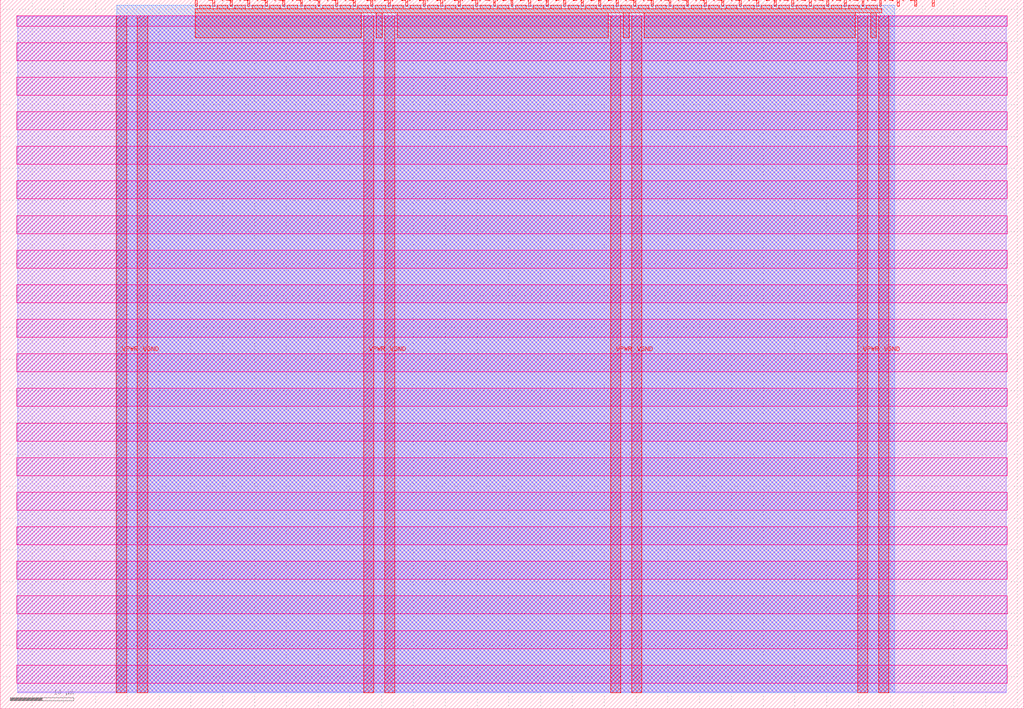
<source format=lef>
VERSION 5.7 ;
  NOWIREEXTENSIONATPIN ON ;
  DIVIDERCHAR "/" ;
  BUSBITCHARS "[]" ;
MACRO tt_um_sign_addsub
  CLASS BLOCK ;
  FOREIGN tt_um_sign_addsub ;
  ORIGIN 0.000 0.000 ;
  SIZE 161.000 BY 111.520 ;
  PIN VGND
    DIRECTION INOUT ;
    USE GROUND ;
    PORT
      LAYER met4 ;
        RECT 21.580 2.480 23.180 109.040 ;
    END
    PORT
      LAYER met4 ;
        RECT 60.450 2.480 62.050 109.040 ;
    END
    PORT
      LAYER met4 ;
        RECT 99.320 2.480 100.920 109.040 ;
    END
    PORT
      LAYER met4 ;
        RECT 138.190 2.480 139.790 109.040 ;
    END
  END VGND
  PIN VPWR
    DIRECTION INOUT ;
    USE POWER ;
    PORT
      LAYER met4 ;
        RECT 18.280 2.480 19.880 109.040 ;
    END
    PORT
      LAYER met4 ;
        RECT 57.150 2.480 58.750 109.040 ;
    END
    PORT
      LAYER met4 ;
        RECT 96.020 2.480 97.620 109.040 ;
    END
    PORT
      LAYER met4 ;
        RECT 134.890 2.480 136.490 109.040 ;
    END
  END VPWR
  PIN clk
    DIRECTION INPUT ;
    USE SIGNAL ;
    PORT
      LAYER met4 ;
        RECT 143.830 110.520 144.130 111.520 ;
    END
  END clk
  PIN ena
    DIRECTION INPUT ;
    USE SIGNAL ;
    PORT
      LAYER met4 ;
        RECT 146.590 110.520 146.890 111.520 ;
    END
  END ena
  PIN rst_n
    DIRECTION INPUT ;
    USE SIGNAL ;
    PORT
      LAYER met4 ;
        RECT 141.070 110.520 141.370 111.520 ;
    END
  END rst_n
  PIN ui_in[0]
    DIRECTION INPUT ;
    USE SIGNAL ;
    ANTENNAGATEAREA 0.196500 ;
    PORT
      LAYER met4 ;
        RECT 138.310 110.520 138.610 111.520 ;
    END
  END ui_in[0]
  PIN ui_in[1]
    DIRECTION INPUT ;
    USE SIGNAL ;
    ANTENNAGATEAREA 0.196500 ;
    PORT
      LAYER met4 ;
        RECT 135.550 110.520 135.850 111.520 ;
    END
  END ui_in[1]
  PIN ui_in[2]
    DIRECTION INPUT ;
    USE SIGNAL ;
    ANTENNAGATEAREA 0.196500 ;
    PORT
      LAYER met4 ;
        RECT 132.790 110.520 133.090 111.520 ;
    END
  END ui_in[2]
  PIN ui_in[3]
    DIRECTION INPUT ;
    USE SIGNAL ;
    ANTENNAGATEAREA 0.196500 ;
    PORT
      LAYER met4 ;
        RECT 130.030 110.520 130.330 111.520 ;
    END
  END ui_in[3]
  PIN ui_in[4]
    DIRECTION INPUT ;
    USE SIGNAL ;
    ANTENNAGATEAREA 0.196500 ;
    PORT
      LAYER met4 ;
        RECT 127.270 110.520 127.570 111.520 ;
    END
  END ui_in[4]
  PIN ui_in[5]
    DIRECTION INPUT ;
    USE SIGNAL ;
    ANTENNAGATEAREA 0.196500 ;
    PORT
      LAYER met4 ;
        RECT 124.510 110.520 124.810 111.520 ;
    END
  END ui_in[5]
  PIN ui_in[6]
    DIRECTION INPUT ;
    USE SIGNAL ;
    ANTENNAGATEAREA 0.196500 ;
    PORT
      LAYER met4 ;
        RECT 121.750 110.520 122.050 111.520 ;
    END
  END ui_in[6]
  PIN ui_in[7]
    DIRECTION INPUT ;
    USE SIGNAL ;
    ANTENNAGATEAREA 0.196500 ;
    PORT
      LAYER met4 ;
        RECT 118.990 110.520 119.290 111.520 ;
    END
  END ui_in[7]
  PIN uio_in[0]
    DIRECTION INPUT ;
    USE SIGNAL ;
    ANTENNAGATEAREA 0.159000 ;
    PORT
      LAYER met4 ;
        RECT 116.230 110.520 116.530 111.520 ;
    END
  END uio_in[0]
  PIN uio_in[1]
    DIRECTION INPUT ;
    USE SIGNAL ;
    ANTENNAGATEAREA 0.159000 ;
    PORT
      LAYER met4 ;
        RECT 113.470 110.520 113.770 111.520 ;
    END
  END uio_in[1]
  PIN uio_in[2]
    DIRECTION INPUT ;
    USE SIGNAL ;
    PORT
      LAYER met4 ;
        RECT 110.710 110.520 111.010 111.520 ;
    END
  END uio_in[2]
  PIN uio_in[3]
    DIRECTION INPUT ;
    USE SIGNAL ;
    PORT
      LAYER met4 ;
        RECT 107.950 110.520 108.250 111.520 ;
    END
  END uio_in[3]
  PIN uio_in[4]
    DIRECTION INPUT ;
    USE SIGNAL ;
    PORT
      LAYER met4 ;
        RECT 105.190 110.520 105.490 111.520 ;
    END
  END uio_in[4]
  PIN uio_in[5]
    DIRECTION INPUT ;
    USE SIGNAL ;
    PORT
      LAYER met4 ;
        RECT 102.430 110.520 102.730 111.520 ;
    END
  END uio_in[5]
  PIN uio_in[6]
    DIRECTION INPUT ;
    USE SIGNAL ;
    PORT
      LAYER met4 ;
        RECT 99.670 110.520 99.970 111.520 ;
    END
  END uio_in[6]
  PIN uio_in[7]
    DIRECTION INPUT ;
    USE SIGNAL ;
    PORT
      LAYER met4 ;
        RECT 96.910 110.520 97.210 111.520 ;
    END
  END uio_in[7]
  PIN uio_oe[0]
    DIRECTION OUTPUT ;
    USE SIGNAL ;
    ANTENNADIFFAREA 0.445500 ;
    PORT
      LAYER met4 ;
        RECT 49.990 110.520 50.290 111.520 ;
    END
  END uio_oe[0]
  PIN uio_oe[1]
    DIRECTION OUTPUT ;
    USE SIGNAL ;
    ANTENNADIFFAREA 0.445500 ;
    PORT
      LAYER met4 ;
        RECT 47.230 110.520 47.530 111.520 ;
    END
  END uio_oe[1]
  PIN uio_oe[2]
    DIRECTION OUTPUT ;
    USE SIGNAL ;
    ANTENNADIFFAREA 0.445500 ;
    PORT
      LAYER met4 ;
        RECT 44.470 110.520 44.770 111.520 ;
    END
  END uio_oe[2]
  PIN uio_oe[3]
    DIRECTION OUTPUT ;
    USE SIGNAL ;
    ANTENNADIFFAREA 0.445500 ;
    PORT
      LAYER met4 ;
        RECT 41.710 110.520 42.010 111.520 ;
    END
  END uio_oe[3]
  PIN uio_oe[4]
    DIRECTION OUTPUT ;
    USE SIGNAL ;
    ANTENNADIFFAREA 0.445500 ;
    PORT
      LAYER met4 ;
        RECT 38.950 110.520 39.250 111.520 ;
    END
  END uio_oe[4]
  PIN uio_oe[5]
    DIRECTION OUTPUT ;
    USE SIGNAL ;
    ANTENNADIFFAREA 0.445500 ;
    PORT
      LAYER met4 ;
        RECT 36.190 110.520 36.490 111.520 ;
    END
  END uio_oe[5]
  PIN uio_oe[6]
    DIRECTION OUTPUT ;
    USE SIGNAL ;
    ANTENNADIFFAREA 0.445500 ;
    PORT
      LAYER met4 ;
        RECT 33.430 110.520 33.730 111.520 ;
    END
  END uio_oe[6]
  PIN uio_oe[7]
    DIRECTION OUTPUT ;
    USE SIGNAL ;
    ANTENNADIFFAREA 0.445500 ;
    PORT
      LAYER met4 ;
        RECT 30.670 110.520 30.970 111.520 ;
    END
  END uio_oe[7]
  PIN uio_out[0]
    DIRECTION OUTPUT ;
    USE SIGNAL ;
    ANTENNADIFFAREA 0.445500 ;
    PORT
      LAYER met4 ;
        RECT 72.070 110.520 72.370 111.520 ;
    END
  END uio_out[0]
  PIN uio_out[1]
    DIRECTION OUTPUT ;
    USE SIGNAL ;
    ANTENNADIFFAREA 0.445500 ;
    PORT
      LAYER met4 ;
        RECT 69.310 110.520 69.610 111.520 ;
    END
  END uio_out[1]
  PIN uio_out[2]
    DIRECTION OUTPUT ;
    USE SIGNAL ;
    ANTENNADIFFAREA 0.445500 ;
    PORT
      LAYER met4 ;
        RECT 66.550 110.520 66.850 111.520 ;
    END
  END uio_out[2]
  PIN uio_out[3]
    DIRECTION OUTPUT ;
    USE SIGNAL ;
    ANTENNADIFFAREA 0.445500 ;
    PORT
      LAYER met4 ;
        RECT 63.790 110.520 64.090 111.520 ;
    END
  END uio_out[3]
  PIN uio_out[4]
    DIRECTION OUTPUT ;
    USE SIGNAL ;
    ANTENNADIFFAREA 0.445500 ;
    PORT
      LAYER met4 ;
        RECT 61.030 110.520 61.330 111.520 ;
    END
  END uio_out[4]
  PIN uio_out[5]
    DIRECTION OUTPUT ;
    USE SIGNAL ;
    ANTENNADIFFAREA 0.445500 ;
    PORT
      LAYER met4 ;
        RECT 58.270 110.520 58.570 111.520 ;
    END
  END uio_out[5]
  PIN uio_out[6]
    DIRECTION OUTPUT ;
    USE SIGNAL ;
    ANTENNADIFFAREA 0.445500 ;
    PORT
      LAYER met4 ;
        RECT 55.510 110.520 55.810 111.520 ;
    END
  END uio_out[6]
  PIN uio_out[7]
    DIRECTION OUTPUT ;
    USE SIGNAL ;
    ANTENNADIFFAREA 0.445500 ;
    PORT
      LAYER met4 ;
        RECT 52.750 110.520 53.050 111.520 ;
    END
  END uio_out[7]
  PIN uo_out[0]
    DIRECTION OUTPUT ;
    USE SIGNAL ;
    ANTENNADIFFAREA 0.445500 ;
    PORT
      LAYER met4 ;
        RECT 94.150 110.520 94.450 111.520 ;
    END
  END uo_out[0]
  PIN uo_out[1]
    DIRECTION OUTPUT ;
    USE SIGNAL ;
    ANTENNADIFFAREA 0.445500 ;
    PORT
      LAYER met4 ;
        RECT 91.390 110.520 91.690 111.520 ;
    END
  END uo_out[1]
  PIN uo_out[2]
    DIRECTION OUTPUT ;
    USE SIGNAL ;
    ANTENNADIFFAREA 0.445500 ;
    PORT
      LAYER met4 ;
        RECT 88.630 110.520 88.930 111.520 ;
    END
  END uo_out[2]
  PIN uo_out[3]
    DIRECTION OUTPUT ;
    USE SIGNAL ;
    ANTENNADIFFAREA 1.721000 ;
    PORT
      LAYER met4 ;
        RECT 85.870 110.520 86.170 111.520 ;
    END
  END uo_out[3]
  PIN uo_out[4]
    DIRECTION OUTPUT ;
    USE SIGNAL ;
    ANTENNADIFFAREA 0.445500 ;
    PORT
      LAYER met4 ;
        RECT 83.110 110.520 83.410 111.520 ;
    END
  END uo_out[4]
  PIN uo_out[5]
    DIRECTION OUTPUT ;
    USE SIGNAL ;
    ANTENNADIFFAREA 0.445500 ;
    PORT
      LAYER met4 ;
        RECT 80.350 110.520 80.650 111.520 ;
    END
  END uo_out[5]
  PIN uo_out[6]
    DIRECTION OUTPUT ;
    USE SIGNAL ;
    ANTENNADIFFAREA 0.445500 ;
    PORT
      LAYER met4 ;
        RECT 77.590 110.520 77.890 111.520 ;
    END
  END uo_out[6]
  PIN uo_out[7]
    DIRECTION OUTPUT ;
    USE SIGNAL ;
    ANTENNADIFFAREA 0.445500 ;
    PORT
      LAYER met4 ;
        RECT 74.830 110.520 75.130 111.520 ;
    END
  END uo_out[7]
  OBS
      LAYER nwell ;
        RECT 2.570 107.385 158.430 108.990 ;
        RECT 2.570 101.945 158.430 104.775 ;
        RECT 2.570 96.505 158.430 99.335 ;
        RECT 2.570 91.065 158.430 93.895 ;
        RECT 2.570 85.625 158.430 88.455 ;
        RECT 2.570 80.185 158.430 83.015 ;
        RECT 2.570 74.745 158.430 77.575 ;
        RECT 2.570 69.305 158.430 72.135 ;
        RECT 2.570 63.865 158.430 66.695 ;
        RECT 2.570 58.425 158.430 61.255 ;
        RECT 2.570 52.985 158.430 55.815 ;
        RECT 2.570 47.545 158.430 50.375 ;
        RECT 2.570 42.105 158.430 44.935 ;
        RECT 2.570 36.665 158.430 39.495 ;
        RECT 2.570 31.225 158.430 34.055 ;
        RECT 2.570 25.785 158.430 28.615 ;
        RECT 2.570 20.345 158.430 23.175 ;
        RECT 2.570 14.905 158.430 17.735 ;
        RECT 2.570 9.465 158.430 12.295 ;
        RECT 2.570 4.025 158.430 6.855 ;
      LAYER li1 ;
        RECT 2.760 2.635 158.240 108.885 ;
      LAYER met1 ;
        RECT 2.760 2.480 158.240 109.040 ;
      LAYER met2 ;
        RECT 18.310 2.535 140.670 110.685 ;
      LAYER met3 ;
        RECT 18.290 2.555 140.695 110.665 ;
      LAYER met4 ;
        RECT 31.370 110.120 33.030 110.665 ;
        RECT 34.130 110.120 35.790 110.665 ;
        RECT 36.890 110.120 38.550 110.665 ;
        RECT 39.650 110.120 41.310 110.665 ;
        RECT 42.410 110.120 44.070 110.665 ;
        RECT 45.170 110.120 46.830 110.665 ;
        RECT 47.930 110.120 49.590 110.665 ;
        RECT 50.690 110.120 52.350 110.665 ;
        RECT 53.450 110.120 55.110 110.665 ;
        RECT 56.210 110.120 57.870 110.665 ;
        RECT 58.970 110.120 60.630 110.665 ;
        RECT 61.730 110.120 63.390 110.665 ;
        RECT 64.490 110.120 66.150 110.665 ;
        RECT 67.250 110.120 68.910 110.665 ;
        RECT 70.010 110.120 71.670 110.665 ;
        RECT 72.770 110.120 74.430 110.665 ;
        RECT 75.530 110.120 77.190 110.665 ;
        RECT 78.290 110.120 79.950 110.665 ;
        RECT 81.050 110.120 82.710 110.665 ;
        RECT 83.810 110.120 85.470 110.665 ;
        RECT 86.570 110.120 88.230 110.665 ;
        RECT 89.330 110.120 90.990 110.665 ;
        RECT 92.090 110.120 93.750 110.665 ;
        RECT 94.850 110.120 96.510 110.665 ;
        RECT 97.610 110.120 99.270 110.665 ;
        RECT 100.370 110.120 102.030 110.665 ;
        RECT 103.130 110.120 104.790 110.665 ;
        RECT 105.890 110.120 107.550 110.665 ;
        RECT 108.650 110.120 110.310 110.665 ;
        RECT 111.410 110.120 113.070 110.665 ;
        RECT 114.170 110.120 115.830 110.665 ;
        RECT 116.930 110.120 118.590 110.665 ;
        RECT 119.690 110.120 121.350 110.665 ;
        RECT 122.450 110.120 124.110 110.665 ;
        RECT 125.210 110.120 126.870 110.665 ;
        RECT 127.970 110.120 129.630 110.665 ;
        RECT 130.730 110.120 132.390 110.665 ;
        RECT 133.490 110.120 135.150 110.665 ;
        RECT 136.250 110.120 137.910 110.665 ;
        RECT 30.655 109.440 138.625 110.120 ;
        RECT 30.655 105.575 56.750 109.440 ;
        RECT 59.150 105.575 60.050 109.440 ;
        RECT 62.450 105.575 95.620 109.440 ;
        RECT 98.020 105.575 98.920 109.440 ;
        RECT 101.320 105.575 134.490 109.440 ;
        RECT 136.890 105.575 137.790 109.440 ;
  END
END tt_um_sign_addsub
END LIBRARY


</source>
